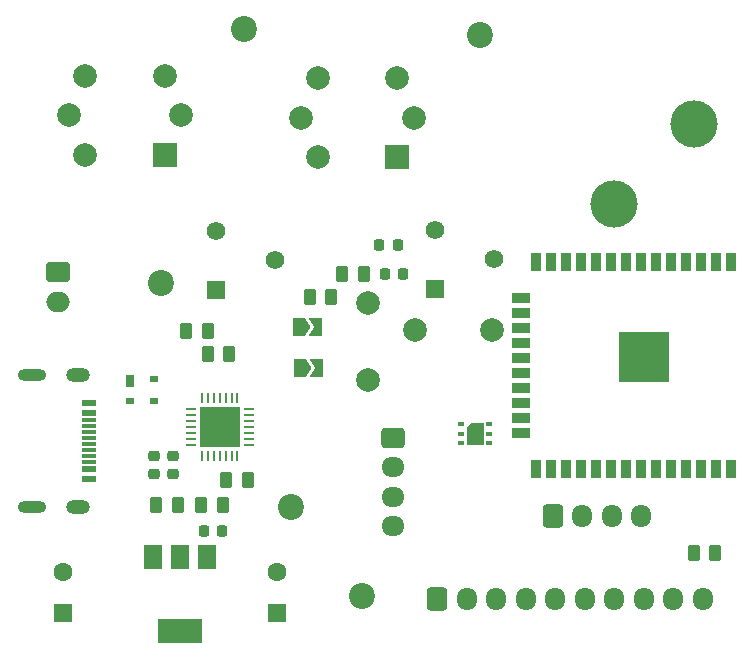
<source format=gbr>
%TF.GenerationSoftware,KiCad,Pcbnew,7.0.10-7.0.10~ubuntu22.04.1*%
%TF.CreationDate,2024-01-09T15:42:03+03:00*%
%TF.ProjectId,air-detector,6169722d-6465-4746-9563-746f722e6b69,rev?*%
%TF.SameCoordinates,Original*%
%TF.FileFunction,Soldermask,Top*%
%TF.FilePolarity,Negative*%
%FSLAX46Y46*%
G04 Gerber Fmt 4.6, Leading zero omitted, Abs format (unit mm)*
G04 Created by KiCad (PCBNEW 7.0.10-7.0.10~ubuntu22.04.1) date 2024-01-09 15:42:03*
%MOMM*%
%LPD*%
G01*
G04 APERTURE LIST*
G04 Aperture macros list*
%AMRoundRect*
0 Rectangle with rounded corners*
0 $1 Rounding radius*
0 $2 $3 $4 $5 $6 $7 $8 $9 X,Y pos of 4 corners*
0 Add a 4 corners polygon primitive as box body*
4,1,4,$2,$3,$4,$5,$6,$7,$8,$9,$2,$3,0*
0 Add four circle primitives for the rounded corners*
1,1,$1+$1,$2,$3*
1,1,$1+$1,$4,$5*
1,1,$1+$1,$6,$7*
1,1,$1+$1,$8,$9*
0 Add four rect primitives between the rounded corners*
20,1,$1+$1,$2,$3,$4,$5,0*
20,1,$1+$1,$4,$5,$6,$7,0*
20,1,$1+$1,$6,$7,$8,$9,0*
20,1,$1+$1,$8,$9,$2,$3,0*%
%AMFreePoly0*
4,1,6,1.000000,0.000000,0.500000,-0.750000,-0.500000,-0.750000,-0.500000,0.750000,0.500000,0.750000,1.000000,0.000000,1.000000,0.000000,$1*%
%AMFreePoly1*
4,1,6,0.500000,-0.750000,-0.650000,-0.750000,-0.150000,0.000000,-0.650000,0.750000,0.500000,0.750000,0.500000,-0.750000,0.500000,-0.750000,$1*%
G04 Aperture macros list end*
%ADD10C,0.010000*%
%ADD11C,4.000000*%
%ADD12C,2.200000*%
%ADD13RoundRect,0.250000X-0.262500X-0.450000X0.262500X-0.450000X0.262500X0.450000X-0.262500X0.450000X0*%
%ADD14R,1.560000X1.560000*%
%ADD15C,1.560000*%
%ADD16RoundRect,0.062500X-0.337500X-0.062500X0.337500X-0.062500X0.337500X0.062500X-0.337500X0.062500X0*%
%ADD17RoundRect,0.062500X-0.062500X-0.337500X0.062500X-0.337500X0.062500X0.337500X-0.062500X0.337500X0*%
%ADD18R,3.350000X3.350000*%
%ADD19RoundRect,0.250000X-0.600000X-0.725000X0.600000X-0.725000X0.600000X0.725000X-0.600000X0.725000X0*%
%ADD20O,1.700000X1.950000*%
%ADD21C,2.000000*%
%ADD22RoundRect,0.225000X-0.225000X-0.250000X0.225000X-0.250000X0.225000X0.250000X-0.225000X0.250000X0*%
%ADD23R,2.000000X2.000000*%
%ADD24R,1.160000X0.600000*%
%ADD25R,1.160000X0.300000*%
%ADD26O,2.000000X1.200000*%
%ADD27O,2.400000X1.000000*%
%ADD28FreePoly0,0.000000*%
%ADD29FreePoly1,0.000000*%
%ADD30R,0.900000X1.500000*%
%ADD31R,1.500000X0.900000*%
%ADD32C,0.600000*%
%ADD33R,4.200000X4.200000*%
%ADD34RoundRect,0.225000X-0.250000X0.225000X-0.250000X-0.225000X0.250000X-0.225000X0.250000X0.225000X0*%
%ADD35R,0.550000X0.400000*%
%ADD36RoundRect,0.250000X-0.725000X0.600000X-0.725000X-0.600000X0.725000X-0.600000X0.725000X0.600000X0*%
%ADD37O,1.950000X1.700000*%
%ADD38RoundRect,0.250000X-0.750000X0.600000X-0.750000X-0.600000X0.750000X-0.600000X0.750000X0.600000X0*%
%ADD39O,2.000000X1.700000*%
%ADD40R,1.600000X1.600000*%
%ADD41C,1.600000*%
%ADD42R,1.500000X2.000000*%
%ADD43R,3.800000X2.000000*%
%ADD44R,0.700000X1.000000*%
%ADD45R,0.700000X0.600000*%
%ADD46RoundRect,0.250000X0.262500X0.450000X-0.262500X0.450000X-0.262500X-0.450000X0.262500X-0.450000X0*%
G04 APERTURE END LIST*
%TO.C,U11*%
D10*
X205275000Y-74700000D02*
X203925000Y-74700000D01*
X203925000Y-73220000D01*
X204245000Y-72900000D01*
X205275000Y-72900000D01*
X205275000Y-74700000D01*
G36*
X205275000Y-74700000D02*
G01*
X203925000Y-74700000D01*
X203925000Y-73220000D01*
X204245000Y-72900000D01*
X205275000Y-72900000D01*
X205275000Y-74700000D01*
G37*
%TD*%
D11*
%TO.C,U2*%
X216400000Y-54350000D03*
X223150000Y-47600000D03*
%TD*%
D12*
%TO.C,H7*%
X178000000Y-61000000D03*
%TD*%
D13*
%TO.C,R5*%
X180161500Y-65078500D03*
X181986500Y-65078500D03*
%TD*%
D14*
%TO.C,RV1*%
X201184000Y-61516000D03*
D15*
X206184000Y-59016000D03*
X201184000Y-56516000D03*
%TD*%
D13*
%TO.C,R30*%
X223111500Y-83866000D03*
X224936500Y-83866000D03*
%TD*%
D16*
%TO.C,U1*%
X180535800Y-71715200D03*
X180535800Y-72215200D03*
X180535800Y-72715200D03*
X180535800Y-73215200D03*
X180535800Y-73715200D03*
X180535800Y-74215200D03*
X180535800Y-74715200D03*
D17*
X181485800Y-75665200D03*
X181985800Y-75665200D03*
X182485800Y-75665200D03*
X182985800Y-75665200D03*
X183485800Y-75665200D03*
X183985800Y-75665200D03*
X184485800Y-75665200D03*
D16*
X185435800Y-74715200D03*
X185435800Y-74215200D03*
X185435800Y-73715200D03*
X185435800Y-73215200D03*
X185435800Y-72715200D03*
X185435800Y-72215200D03*
X185435800Y-71715200D03*
D17*
X184485800Y-70765200D03*
X183985800Y-70765200D03*
X183485800Y-70765200D03*
X182985800Y-70765200D03*
X182485800Y-70765200D03*
X181985800Y-70765200D03*
X181485800Y-70765200D03*
D18*
X182985800Y-73215200D03*
%TD*%
D19*
%TO.C,J11*%
X211174000Y-80741000D03*
D20*
X213674000Y-80741000D03*
X216174000Y-80741000D03*
X218674000Y-80741000D03*
%TD*%
D21*
%TO.C,SW1*%
X206000000Y-65000000D03*
X199500000Y-65000000D03*
%TD*%
D22*
%TO.C,C26*%
X196500000Y-57800000D03*
X198050000Y-57800000D03*
%TD*%
D23*
%TO.C,U12*%
X178320000Y-50200000D03*
D21*
X179710000Y-46840000D03*
X178320000Y-43480000D03*
X171600000Y-43480000D03*
X170210000Y-46840000D03*
X171600000Y-50200000D03*
%TD*%
D24*
%TO.C,J1*%
X171910000Y-71209000D03*
X171910000Y-72009000D03*
D25*
X171910000Y-73159000D03*
X171910000Y-74159000D03*
X171910000Y-74659000D03*
X171910000Y-75659000D03*
D24*
X171910000Y-76809000D03*
X171910000Y-77609000D03*
X171910000Y-77609000D03*
X171910000Y-76809000D03*
D25*
X171910000Y-76159000D03*
X171910000Y-75159000D03*
X171910000Y-73659000D03*
X171910000Y-72659000D03*
D24*
X171910000Y-72009000D03*
X171910000Y-71209000D03*
D26*
X171025000Y-68809000D03*
D27*
X167100000Y-68809000D03*
D26*
X171025000Y-80009000D03*
D27*
X167100000Y-80009000D03*
%TD*%
D23*
%TO.C,U5*%
X198000000Y-50400000D03*
D21*
X199390000Y-47040000D03*
X198000000Y-43680000D03*
X191280000Y-43680000D03*
X189890000Y-47040000D03*
X191280000Y-50400000D03*
%TD*%
D13*
%TO.C,R1*%
X177611500Y-79816000D03*
X179436500Y-79816000D03*
%TD*%
%TO.C,R15*%
X193337500Y-60250000D03*
X195162500Y-60250000D03*
%TD*%
D12*
%TO.C,H9*%
X185000000Y-39500000D03*
%TD*%
D14*
%TO.C,RV3*%
X182625400Y-61618200D03*
D15*
X187625400Y-59118200D03*
X182625400Y-56618200D03*
%TD*%
D22*
%TO.C,C1*%
X181649000Y-82016000D03*
X183199000Y-82016000D03*
%TD*%
D28*
%TO.C,JP2*%
X189699000Y-64716000D03*
D29*
X191149000Y-64716000D03*
%TD*%
D21*
%TO.C,SW3*%
X195500000Y-69250000D03*
X195500000Y-62750000D03*
%TD*%
D30*
%TO.C,U8*%
X226250000Y-59250000D03*
X224980000Y-59250000D03*
X223710000Y-59250000D03*
X222440000Y-59250000D03*
X221170000Y-59250000D03*
X219900000Y-59250000D03*
X218630000Y-59250000D03*
X217360000Y-59250000D03*
X216090000Y-59250000D03*
X214820000Y-59250000D03*
X213550000Y-59250000D03*
X212280000Y-59250000D03*
X211010000Y-59250000D03*
X209740000Y-59250000D03*
D31*
X208490000Y-62290000D03*
X208490000Y-63560000D03*
X208490000Y-64830000D03*
X208490000Y-66100000D03*
X208490000Y-67370000D03*
X208490000Y-68640000D03*
X208490000Y-69910000D03*
X208490000Y-71180000D03*
X208490000Y-72450000D03*
X208490000Y-73720000D03*
D30*
X209740000Y-76750000D03*
X211010000Y-76750000D03*
X212280000Y-76750000D03*
X213550000Y-76750000D03*
X214820000Y-76750000D03*
X216090000Y-76750000D03*
X217360000Y-76750000D03*
X218630000Y-76750000D03*
X219900000Y-76750000D03*
X221170000Y-76750000D03*
X222440000Y-76750000D03*
X223710000Y-76750000D03*
X224980000Y-76750000D03*
X226250000Y-76750000D03*
D32*
X219672500Y-65795000D03*
X218147500Y-65795000D03*
X220435000Y-66557500D03*
X218910000Y-66557500D03*
X217385000Y-66557500D03*
X219672500Y-67320000D03*
D33*
X218910000Y-67320000D03*
D32*
X218147500Y-67320000D03*
X220435000Y-68082500D03*
X218910000Y-68082500D03*
X217385000Y-68082500D03*
X219672500Y-68845000D03*
X218147500Y-68845000D03*
%TD*%
D19*
%TO.C,J5*%
X201400000Y-87800000D03*
D20*
X203900000Y-87800000D03*
X206400000Y-87800000D03*
X208900000Y-87800000D03*
X211400000Y-87800000D03*
X213900000Y-87800000D03*
X216400000Y-87800000D03*
X218900000Y-87800000D03*
X221400000Y-87800000D03*
X223900000Y-87800000D03*
%TD*%
D34*
%TO.C,C3*%
X179024000Y-75641000D03*
X179024000Y-77191000D03*
%TD*%
D12*
%TO.C,H5*%
X195000000Y-87500000D03*
%TD*%
D22*
%TO.C,C15*%
X196975000Y-60250000D03*
X198525000Y-60250000D03*
%TD*%
D35*
%TO.C,U11*%
X203450000Y-73000000D03*
X203450000Y-73800000D03*
X203450000Y-74600000D03*
X205750000Y-74600000D03*
X205750000Y-73800000D03*
X205750000Y-73000000D03*
%TD*%
D13*
%TO.C,R2*%
X181431500Y-79816000D03*
X183256500Y-79816000D03*
%TD*%
D34*
%TO.C,C2*%
X177424000Y-75641000D03*
X177424000Y-77191000D03*
%TD*%
D36*
%TO.C,J8*%
X197649000Y-74116000D03*
D37*
X197649000Y-76616000D03*
X197649000Y-79116000D03*
X197649000Y-81616000D03*
%TD*%
D12*
%TO.C,H6*%
X189000000Y-80000000D03*
%TD*%
D38*
%TO.C,J3*%
X169320600Y-60134200D03*
D39*
X169320600Y-62634200D03*
%TD*%
D28*
%TO.C,JP1*%
X189775000Y-68200000D03*
D29*
X191225000Y-68200000D03*
%TD*%
D40*
%TO.C,C11*%
X187824000Y-88968651D03*
D41*
X187824000Y-85468651D03*
%TD*%
D42*
%TO.C,U4*%
X181908800Y-84238400D03*
X179608800Y-84238400D03*
D43*
X179608800Y-90538400D03*
D42*
X177308800Y-84238400D03*
%TD*%
D13*
%TO.C,R14*%
X190587500Y-62250000D03*
X192412500Y-62250000D03*
%TD*%
D44*
%TO.C,D8*%
X175400000Y-69350000D03*
D45*
X175400000Y-71050000D03*
X177400000Y-71050000D03*
X177400000Y-69150000D03*
%TD*%
D12*
%TO.C,H8*%
X205000000Y-40000000D03*
%TD*%
D40*
%TO.C,C4*%
X169724000Y-89000000D03*
D41*
X169724000Y-85500000D03*
%TD*%
D13*
%TO.C,R3*%
X183511500Y-77716000D03*
X185336500Y-77716000D03*
%TD*%
D46*
%TO.C,R4*%
X183786500Y-67078500D03*
X181961500Y-67078500D03*
%TD*%
M02*

</source>
